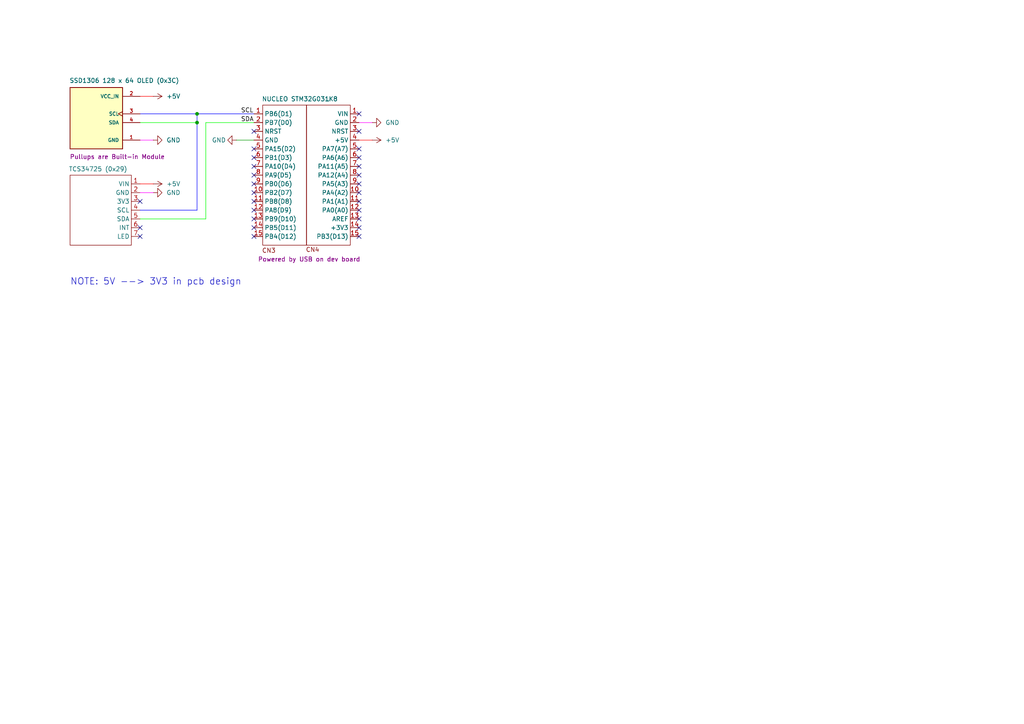
<source format=kicad_sch>
(kicad_sch (version 20250114) (generator "eeschema") (generator_version "9.0")
  (paper "A4")
  (title_block (title "RGB Reader Breadboard Design (Proof of Life)") (date "2025-10-21") (rev "2") (company "NAIT") (comment 1 "Jaedyn Carbonell (CMPE2750 Project)"))
  (lib_symbols
    (symbol "DM-OLED096-636:DM-OLED096-636" (pin_names (offset 1.016))
      (property "Reference" "U" (at -7.62 10.922 0))
      (property "Value" "DM-OLED096-636" (at -7.62 -10.16 0))
      (symbol "DM-OLED096-636_0_0"
        (rectangle (start -7.62 -7.62) (end 7.62 10.16) (stroke (width 0.254)) (fill (type background)))
        (pin power_in line (at 12.7 7.62 180) (length 5.08) (name "VCC_IN") (number "2"))
        (pin input clock (at 12.7 2.54 180) (length 5.08) (name "SCL") (number "3"))
        (pin bidirectional line (at 12.7 0 180) (length 5.08) (name "SDA") (number "4"))
        (pin power_in line (at 12.7 -5.08 180) (length 5.08) (name "GND") (number "1"))
      )
    )
    (symbol "TCS34725:TCS34725"
      (property "Value" "TCS34725" (at 0.762 1.27 0))
      (symbol "TCS34725_0_1"
        (rectangle (start -8.89 0) (end 8.89 -20.32))
      )
      (symbol "TCS34725_1_1"
        (pin input line (at 11.43 -2.54 180) (length 2.54) (name "VIN") (number "1"))
        (pin input line (at 11.43 -5.08 180) (length 2.54) (name "GND") (number "2"))
        (pin input line (at 11.43 -7.62 180) (length 2.54) (name "3V3") (number "3"))
        (pin input line (at 11.43 -10.16 180) (length 2.54) (name "SCL") (number "4"))
        (pin input line (at 11.43 -12.7 180) (length 2.54) (name "SDA") (number "5"))
        (pin input line (at 11.43 -15.24 180) (length 2.54) (name "INT") (number "6"))
        (pin input line (at 11.43 -17.78 180) (length 2.54) (name "LED") (number "7"))
      )
    )
    (symbol "_custom:NUCLEO-G031K8_CN4"
      (property "Reference" "M" (at -5.588 21.336 0))
      (symbol "NUCLEO-G031K8_CN4_0_1"
        (rectangle (start -6.35 20.32) (end 6.35 -20.32))
      )
      (symbol "NUCLEO-G031K8_CN4_1_1"
        (text "CN4" (at -4.572 -21.59 0) (effects (font (size 1.27 1.27))))
        (pin power_in line (at 8.89 17.78 180) (length 2.54) (name "VIN") (number "1"))
        (pin power_in line (at 8.89 15.24 180) (length 2.54) (name "GND") (number "2"))
        (pin bidirectional line (at 8.89 12.7 180) (length 2.54) (name "NRST") (number "3"))
        (pin power_out line (at 8.89 10.16 180) (length 2.54) (name "+5V") (number "4"))
        (pin passive line (at 8.89 7.62 180) (length 2.54) (name "PA7(A7)") (number "5"))
        (pin passive line (at 8.89 5.08 180) (length 2.54) (name "PA6(A6)") (number "6"))
        (pin passive line (at 8.89 2.54 180) (length 2.54) (name "PA11(A5)") (number "7"))
        (pin passive line (at 8.89 0 180) (length 2.54) (name "PA12(A4)") (number "8"))
        (pin passive line (at 8.89 -2.54 180) (length 2.54) (name "PA5(A3)") (number "9"))
        (pin passive line (at 8.89 -5.08 180) (length 2.54) (name "PA4(A2)") (number "10"))
        (pin passive line (at 8.89 -7.62 180) (length 2.54) (name "PA1(A1)") (number "11"))
        (pin passive line (at 8.89 -10.16 180) (length 2.54) (name "PA0(A0)") (number "12"))
        (pin passive line (at 8.89 -12.7 180) (length 2.54) (name "AREF") (number "13"))
        (pin power_out line (at 8.89 -15.24 180) (length 2.54) (name "+3V3") (number "14"))
        (pin passive line (at 8.89 -17.78 180) (length 2.54) (name "PB3(D13)") (number "15"))
      )
    )
    (symbol "_custom:NUCLEO_G031K8_CN3"
      (property "Reference" "M" (at -5.842 21.336 0))
      (symbol "NUCLEO_G031K8_CN3_0_1"
        (rectangle (start -6.35 20.32) (end 6.35 -20.32))
      )
      (symbol "NUCLEO_G031K8_CN3_1_1"
        (text "CN3" (at -4.572 -21.844 0) (effects (font (size 1.27 1.27))))
        (pin passive line (at -8.89 17.78 0) (length 2.54) (name "PB6(D1)") (number "1"))
        (pin passive line (at -8.89 15.24 0) (length 2.54) (name "PB7(D0)") (number "2"))
        (pin bidirectional line (at -8.89 12.7 0) (length 2.54) (name "NRST") (number "3"))
        (pin power_in line (at -8.89 10.16 0) (length 2.54) (name "GND") (number "4"))
        (pin passive line (at -8.89 7.62 0) (length 2.54) (name "PA15(D2)") (number "5"))
        (pin passive line (at -8.89 5.08 0) (length 2.54) (name "PB1(D3)") (number "6"))
        (pin passive line (at -8.89 2.54 0) (length 2.54) (name "PA10(D4)") (number "7"))
        (pin passive line (at -8.89 0 0) (length 2.54) (name "PA9(D5)") (number "8"))
        (pin passive line (at -8.89 -2.54 0) (length 2.54) (name "PB0(D6)") (number "9"))
        (pin passive line (at -8.89 -5.08 0) (length 2.54) (name "PB2(D7)") (number "10"))
        (pin passive line (at -8.89 -7.62 0) (length 2.54) (name "PB8(D8)") (number "11"))
        (pin passive line (at -8.89 -10.16 0) (length 2.54) (name "PA8(D9)") (number "12"))
        (pin passive line (at -8.89 -12.7 0) (length 2.54) (name "PB9(D10)") (number "13"))
        (pin passive line (at -8.89 -15.24 0) (length 2.54) (name "PB5(D11)") (number "14"))
        (pin passive line (at -8.89 -17.78 0) (length 2.54) (name "PB4(D12)") (number "15"))
      )
    )
    (symbol "power:+5V" (power) (pin_numbers (hide yes)) (pin_names (offset 0) (hide yes))
      (property "Value" "+5V" (at 0 3.556 0))
      (symbol "+5V_0_1"
        (polyline (pts (xy -0.762 1.27) (xy 0 2.54)))
        (polyline (pts (xy 0 2.54) (xy 0.762 1.27)))
        (polyline (pts (xy 0 0) (xy 0 2.54)))
      )
      (symbol "+5V_1_1"
        (pin power_in line (at 0 0 90) (length 0) (name "~") (number "1"))
      )
    )
    (symbol "power:GND" (power) (pin_numbers (hide yes)) (pin_names (offset 0) (hide yes))
      (property "Value" "GND" (at 0 -3.81 0))
      (symbol "GND_0_1"
        (polyline (pts (xy 0 0) (xy 0 -1.27) (xy 1.27 -1.27) (xy 0 -2.54) (xy -1.27 -1.27) (xy 0 -1.27)))
      )
      (symbol "GND_1_1"
        (pin power_in line (at 0 0 270) (length 0) (name "~") (number "1"))
      )
    )
  )
  (text "NOTE: 5V --> 3V3 in pcb design" (at 45.212 81.788 0) (effects (font (size 1.905 1.905))))
  (junction (at 57.15 35.56))
  (junction (at 57.15 33.02))
  (no_connect (at 104.14 38.1))
  (no_connect (at 104.14 58.42))
  (no_connect (at 73.66 66.04))
  (no_connect (at 73.66 68.58))
  (no_connect (at 104.14 60.96))
  (no_connect (at 73.66 58.42))
  (no_connect (at 40.64 68.58))
  (no_connect (at 40.64 66.04))
  (no_connect (at 40.64 58.42))
  (no_connect (at 73.66 43.18))
  (no_connect (at 73.66 48.26))
  (no_connect (at 104.14 55.88))
  (no_connect (at 104.14 63.5))
  (no_connect (at 104.14 43.18))
  (no_connect (at 73.66 38.1))
  (no_connect (at 104.14 33.02))
  (no_connect (at 104.14 50.8))
  (no_connect (at 73.66 55.88))
  (no_connect (at 73.66 53.34))
  (no_connect (at 104.14 45.72))
  (no_connect (at 73.66 50.8))
  (no_connect (at 104.14 53.34))
  (no_connect (at 73.66 63.5))
  (no_connect (at 104.14 66.04))
  (no_connect (at 73.66 45.72))
  (no_connect (at 73.66 60.96))
  (no_connect (at 104.14 48.26))
  (no_connect (at 104.14 68.58))
  (wire (pts (xy 40.64 63.5) (xy 59.69 63.5)) (stroke (width 0) (color 0 255 0 1)))
  (wire (pts (xy 59.69 35.56) (xy 73.66 35.56)) (stroke (width 0) (color 0 255 0 1)))
  (wire (pts (xy 57.15 60.96) (xy 57.15 35.56)) (stroke (width 0) (color 0 0 255 1)))
  (wire (pts (xy 57.15 35.56) (xy 57.15 33.02)) (stroke (width 0) (color 0 0 255 1)))
  (wire (pts (xy 40.64 60.96) (xy 57.15 60.96)) (stroke (width 0) (color 0 0 255 1)))
  (wire (pts (xy 40.64 33.02) (xy 57.15 33.02)) (stroke (width 0) (color 0 0 255 1)))
  (wire (pts (xy 104.14 40.64) (xy 107.95 40.64)) (stroke (width 0) (color 255 0 0 1)))
  (wire (pts (xy 40.64 53.34) (xy 44.45 53.34)) (stroke (width 0) (color 255 0 0 1)))
  (wire (pts (xy 104.14 35.56) (xy 107.95 35.56)) (stroke (width 0) (color 255 0 255 1)))
  (wire (pts (xy 57.15 33.02) (xy 73.66 33.02)) (stroke (width 0) (color 0 0 255 1)))
  (wire (pts (xy 40.64 40.64) (xy 44.45 40.64)) (stroke (width 0) (color 255 0 255 1)))
  (wire (pts (xy 59.69 63.5) (xy 59.69 35.56)) (stroke (width 0) (color 0 255 0 1)))
  (wire (pts (xy 40.64 35.56) (xy 57.15 35.56)) (stroke (width 0) (color 0 255 0 1)))
  (wire (pts (xy 40.64 55.88) (xy 44.45 55.88)) (stroke (width 0) (color 255 0 255 1)))
  (wire (pts (xy 68.58 40.64) (xy 73.66 40.64)))
  (wire (pts (xy 40.64 27.94) (xy 44.45 27.94)) (stroke (width 0) (color 255 0 0 1)))
  (label "SCL" (at 69.85 33.02 0))
  (label "SDA" (at 69.85 35.56 0))
  (symbol (lib_id "power:GND") (at 44.45 40.64 90) (unit 1)
    (property "Reference" "#PWR04" (effects (hide yes)))
    (property "Value" "GND" (at 48.26 40.6399 90) (effects (justify right)))
    (property "Description" "Power symbol creates a global label with name \"GND\" , ground" (effects (hide yes)))
  )
  (symbol (lib_id "power:+5V") (at 44.45 27.94 270) (unit 1)
    (property "Reference" "#PWR07" (effects (hide yes)))
    (property "Value" "+5V" (at 48.26 27.9399 90) (effects (justify left)))
    (property "Description" "Power symbol creates a global label with name \"+5V\"" (effects (hide yes)))
  )
  (symbol (lib_id "TCS34725:TCS34725") (at 29.21 50.8 0) (unit 1)
    (property "Reference" "U2" (effects (hide yes)))
    (property "Value" "TCS34725 (0x29)" (at 28.448 49.022 0))
    (property "Description" "0x29" (effects (hide yes)))
  )
  (symbol (lib_id "power:GND") (at 44.45 55.88 90) (unit 1)
    (property "Reference" "#PWR05" (effects (hide yes)))
    (property "Value" "GND" (at 48.26 55.8799 90) (effects (justify right)))
    (property "Description" "Power symbol creates a global label with name \"GND\" , ground" (effects (hide yes)))
  )
  (symbol (lib_id "power:GND") (at 107.95 35.56 90) (unit 1)
    (property "Reference" "#PWR02" (effects (hide yes)))
    (property "Value" "GND" (at 111.76 35.5599 90) (effects (justify right)))
    (property "Description" "Power symbol creates a global label with name \"GND\" , ground" (effects (hide yes)))
  )
  (symbol (lib_id "DM-OLED096-636:DM-OLED096-636") (at 27.94 35.56 0) (unit 1)
    (property "Reference" "U1" (effects (hide yes)))
    (property "Value" "SSD1306 128 x 64 OLED (0x3C)" (at 36.068 23.368 0) (effects (font (thickness 0.1588))))
    (property "Footprint" "DM-OLED096-636:MODULE_DM-OLED096-636" (effects (hide yes)))
    (property "Description" "Pullups are Built-in Module" (at 34.036 45.466 0))
    (property "MF" "Display Module" (effects (hide yes)))
    (property "MAXIMUM_PACKAGE_HEIGHT" "11.3 mm" (effects (hide yes)))
    (property "Package" "Package" (effects (hide yes)))
    (property "Price" "None" (effects (hide yes)))
    (property "Check_prices" "https://www.snapeda.com/parts/DM-OLED096-636/Display+Module/view-part/?ref=eda" (effects (hide yes)))
    (property "STANDARD" "Manufacturer Recommendations" (effects (hide yes)))
    (property "PARTREV" "2018-09-10" (effects (hide yes)))
    (property "SnapEDA_Link" "https://www.snapeda.com/parts/DM-OLED096-636/Display+Module/view-part/?ref=snap" (effects (hide yes)))
    (property "MP" "DM-OLED096-636" (effects (hide yes)))
    (property "Description_1" "0.96” 128 X 64 MONOCHROME GRAPHIC OLED DISPLAY MODULE - I2C" (effects (hide yes)))
    (property "Availability" "Not in stock" (effects (hide yes)))
    (property "MANUFACTURER" "Displaymodule" (effects (hide yes)))
  )
  (symbol (lib_id "_custom:NUCLEO_G031K8_CN3") (at 82.55 50.8 0) (unit 1)
    (property "Reference" "M1" (effects (hide yes)))
    (property "Value" "NUCLEO STM32G031K8" (at 75.946 28.702 0) (effects (justify left)))
    (property "Description" "Powered by USB on dev board" (at 89.662 75.184 0))
  )
  (symbol (lib_id "power:+5V") (at 44.45 53.34 270) (unit 1)
    (property "Reference" "#PWR08" (effects (hide yes)))
    (property "Value" "+5V" (at 48.26 53.3399 90) (effects (justify left)))
    (property "Description" "Power symbol creates a global label with name \"+5V\"" (effects (hide yes)))
  )
  (symbol (lib_id "power:+5V") (at 107.95 40.64 270) (unit 1)
    (property "Reference" "#PWR06" (effects (hide yes)))
    (property "Value" "+5V" (at 111.76 40.6399 90) (effects (justify left)))
    (property "Description" "Power symbol creates a global label with name \"+5V\"" (effects (hide yes)))
  )
  (symbol (lib_id "_custom:NUCLEO-G031K8_CN4") (at 95.25 50.8 0) (unit 1)
    (property "Reference" "M2" (effects (hide yes)))
    (property "Value" "~" (at 95.1309 29.21 0))
  )
  (symbol (lib_id "power:GND") (at 68.58 40.64 270) (unit 1)
    (property "Reference" "#PWR03" (effects (hide yes)))
    (property "Value" "GND" (at 65.532 40.64 90) (effects (justify right)))
    (property "Description" "Power symbol creates a global label with name \"GND\" , ground" (effects (hide yes)))
  )
)
</source>
